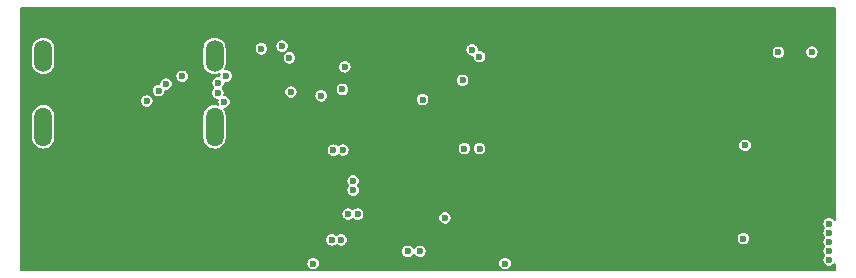
<source format=gbr>
G04 #@! TF.GenerationSoftware,KiCad,Pcbnew,5.1.5+dfsg1-2~bpo10+1*
G04 #@! TF.CreationDate,2020-03-24T15:05:50+01:00*
G04 #@! TF.ProjectId,snickerdoodle-hdmi-breakout,736e6963-6b65-4726-946f-6f646c652d68,rev?*
G04 #@! TF.SameCoordinates,Original*
G04 #@! TF.FileFunction,Copper,L2,Inr*
G04 #@! TF.FilePolarity,Positive*
%FSLAX46Y46*%
G04 Gerber Fmt 4.6, Leading zero omitted, Abs format (unit mm)*
G04 Created by KiCad (PCBNEW 5.1.5+dfsg1-2~bpo10+1) date 2020-03-24 15:05:50*
%MOMM*%
%LPD*%
G04 APERTURE LIST*
%ADD10O,1.500000X3.300000*%
%ADD11O,1.500000X2.700000*%
%ADD12C,0.600000*%
%ADD13C,0.150000*%
G04 APERTURE END LIST*
D10*
X124990000Y-109670000D03*
X139490000Y-109670000D03*
D11*
X139490000Y-103670000D03*
X124990000Y-103670000D03*
D12*
X183147000Y-116490000D03*
X183157000Y-117180000D03*
X186267000Y-116710000D03*
X146490000Y-111800000D03*
X158100000Y-109470000D03*
X149420000Y-115050000D03*
X144470000Y-120870000D03*
X154780000Y-119340000D03*
X164110000Y-117430000D03*
X159440000Y-120310000D03*
X155140000Y-113590000D03*
X185490000Y-110970000D03*
X149220000Y-110740000D03*
X150490000Y-105520000D03*
X155590000Y-107575000D03*
X164470000Y-110820000D03*
X162120000Y-107020000D03*
X161610000Y-110660000D03*
X172080000Y-110940000D03*
X181020000Y-109860000D03*
X180110000Y-120510000D03*
X158080000Y-104720000D03*
X135390000Y-112610000D03*
X191520000Y-120180000D03*
X191520000Y-120940000D03*
X191520000Y-117860000D03*
X191520000Y-118630000D03*
X191520000Y-119410000D03*
X164079999Y-121239999D03*
X145820000Y-103820000D03*
X190070000Y-103350000D03*
X147830000Y-121235010D03*
X140480000Y-105360000D03*
X136750000Y-105390000D03*
X139800000Y-105950000D03*
X135390000Y-106050000D03*
X139760000Y-106800000D03*
X134750000Y-106600000D03*
X140300000Y-107560000D03*
X133750000Y-107480000D03*
X149560000Y-111640000D03*
X149410000Y-119240000D03*
X150210000Y-119240000D03*
X150800000Y-117060000D03*
X151600000Y-117060000D03*
X151217306Y-115038637D03*
X151217306Y-114238637D03*
X150360000Y-111640000D03*
X143450000Y-103052331D03*
X150510000Y-104580000D03*
X145210000Y-102840000D03*
X145956697Y-106720000D03*
X158990000Y-117370000D03*
X156880000Y-120210000D03*
X160640000Y-111500000D03*
X155840000Y-120200000D03*
X161930000Y-111500000D03*
X161920000Y-103720000D03*
X161290000Y-103140000D03*
X187230000Y-103360000D03*
X157100000Y-107360000D03*
X148520000Y-107031976D03*
X150320000Y-106500000D03*
X160483768Y-105736232D03*
X184257000Y-119120000D03*
X184400000Y-111230000D03*
D13*
G36*
X191995001Y-117535916D02*
G01*
X191966632Y-117493459D01*
X191886541Y-117413368D01*
X191792365Y-117350442D01*
X191687721Y-117307097D01*
X191576633Y-117285000D01*
X191463367Y-117285000D01*
X191352279Y-117307097D01*
X191247635Y-117350442D01*
X191153459Y-117413368D01*
X191073368Y-117493459D01*
X191010442Y-117587635D01*
X190967097Y-117692279D01*
X190945000Y-117803367D01*
X190945000Y-117916633D01*
X190967097Y-118027721D01*
X191010442Y-118132365D01*
X191073368Y-118226541D01*
X191091827Y-118245000D01*
X191073368Y-118263459D01*
X191010442Y-118357635D01*
X190967097Y-118462279D01*
X190945000Y-118573367D01*
X190945000Y-118686633D01*
X190967097Y-118797721D01*
X191010442Y-118902365D01*
X191073368Y-118996541D01*
X191096827Y-119020000D01*
X191073368Y-119043459D01*
X191010442Y-119137635D01*
X190967097Y-119242279D01*
X190945000Y-119353367D01*
X190945000Y-119466633D01*
X190967097Y-119577721D01*
X191010442Y-119682365D01*
X191073368Y-119776541D01*
X191091827Y-119795000D01*
X191073368Y-119813459D01*
X191010442Y-119907635D01*
X190967097Y-120012279D01*
X190945000Y-120123367D01*
X190945000Y-120236633D01*
X190967097Y-120347721D01*
X191010442Y-120452365D01*
X191073368Y-120546541D01*
X191086827Y-120560000D01*
X191073368Y-120573459D01*
X191010442Y-120667635D01*
X190967097Y-120772279D01*
X190945000Y-120883367D01*
X190945000Y-120996633D01*
X190967097Y-121107721D01*
X191010442Y-121212365D01*
X191073368Y-121306541D01*
X191153459Y-121386632D01*
X191247635Y-121449558D01*
X191352279Y-121492903D01*
X191463367Y-121515000D01*
X191576633Y-121515000D01*
X191687721Y-121492903D01*
X191792365Y-121449558D01*
X191886541Y-121386632D01*
X191966632Y-121306541D01*
X191995001Y-121264084D01*
X191995001Y-121825000D01*
X123125000Y-121825000D01*
X123125000Y-121178377D01*
X147255000Y-121178377D01*
X147255000Y-121291643D01*
X147277097Y-121402731D01*
X147320442Y-121507375D01*
X147383368Y-121601551D01*
X147463459Y-121681642D01*
X147557635Y-121744568D01*
X147662279Y-121787913D01*
X147773367Y-121810010D01*
X147886633Y-121810010D01*
X147997721Y-121787913D01*
X148102365Y-121744568D01*
X148196541Y-121681642D01*
X148276632Y-121601551D01*
X148339558Y-121507375D01*
X148382903Y-121402731D01*
X148405000Y-121291643D01*
X148405000Y-121183366D01*
X163504999Y-121183366D01*
X163504999Y-121296632D01*
X163527096Y-121407720D01*
X163570441Y-121512364D01*
X163633367Y-121606540D01*
X163713458Y-121686631D01*
X163807634Y-121749557D01*
X163912278Y-121792902D01*
X164023366Y-121814999D01*
X164136632Y-121814999D01*
X164247720Y-121792902D01*
X164352364Y-121749557D01*
X164446540Y-121686631D01*
X164526631Y-121606540D01*
X164589557Y-121512364D01*
X164632902Y-121407720D01*
X164654999Y-121296632D01*
X164654999Y-121183366D01*
X164632902Y-121072278D01*
X164589557Y-120967634D01*
X164526631Y-120873458D01*
X164446540Y-120793367D01*
X164352364Y-120730441D01*
X164247720Y-120687096D01*
X164136632Y-120664999D01*
X164023366Y-120664999D01*
X163912278Y-120687096D01*
X163807634Y-120730441D01*
X163713458Y-120793367D01*
X163633367Y-120873458D01*
X163570441Y-120967634D01*
X163527096Y-121072278D01*
X163504999Y-121183366D01*
X148405000Y-121183366D01*
X148405000Y-121178377D01*
X148382903Y-121067289D01*
X148339558Y-120962645D01*
X148276632Y-120868469D01*
X148196541Y-120788378D01*
X148102365Y-120725452D01*
X147997721Y-120682107D01*
X147886633Y-120660010D01*
X147773367Y-120660010D01*
X147662279Y-120682107D01*
X147557635Y-120725452D01*
X147463459Y-120788378D01*
X147383368Y-120868469D01*
X147320442Y-120962645D01*
X147277097Y-121067289D01*
X147255000Y-121178377D01*
X123125000Y-121178377D01*
X123125000Y-120143367D01*
X155265000Y-120143367D01*
X155265000Y-120256633D01*
X155287097Y-120367721D01*
X155330442Y-120472365D01*
X155393368Y-120566541D01*
X155473459Y-120646632D01*
X155567635Y-120709558D01*
X155672279Y-120752903D01*
X155783367Y-120775000D01*
X155896633Y-120775000D01*
X156007721Y-120752903D01*
X156112365Y-120709558D01*
X156206541Y-120646632D01*
X156286632Y-120566541D01*
X156349558Y-120472365D01*
X156357929Y-120452156D01*
X156370442Y-120482365D01*
X156433368Y-120576541D01*
X156513459Y-120656632D01*
X156607635Y-120719558D01*
X156712279Y-120762903D01*
X156823367Y-120785000D01*
X156936633Y-120785000D01*
X157047721Y-120762903D01*
X157152365Y-120719558D01*
X157246541Y-120656632D01*
X157326632Y-120576541D01*
X157389558Y-120482365D01*
X157432903Y-120377721D01*
X157455000Y-120266633D01*
X157455000Y-120153367D01*
X157432903Y-120042279D01*
X157389558Y-119937635D01*
X157326632Y-119843459D01*
X157246541Y-119763368D01*
X157152365Y-119700442D01*
X157047721Y-119657097D01*
X156936633Y-119635000D01*
X156823367Y-119635000D01*
X156712279Y-119657097D01*
X156607635Y-119700442D01*
X156513459Y-119763368D01*
X156433368Y-119843459D01*
X156370442Y-119937635D01*
X156362071Y-119957844D01*
X156349558Y-119927635D01*
X156286632Y-119833459D01*
X156206541Y-119753368D01*
X156112365Y-119690442D01*
X156007721Y-119647097D01*
X155896633Y-119625000D01*
X155783367Y-119625000D01*
X155672279Y-119647097D01*
X155567635Y-119690442D01*
X155473459Y-119753368D01*
X155393368Y-119833459D01*
X155330442Y-119927635D01*
X155287097Y-120032279D01*
X155265000Y-120143367D01*
X123125000Y-120143367D01*
X123125000Y-119183367D01*
X148835000Y-119183367D01*
X148835000Y-119296633D01*
X148857097Y-119407721D01*
X148900442Y-119512365D01*
X148963368Y-119606541D01*
X149043459Y-119686632D01*
X149137635Y-119749558D01*
X149242279Y-119792903D01*
X149353367Y-119815000D01*
X149466633Y-119815000D01*
X149577721Y-119792903D01*
X149682365Y-119749558D01*
X149776541Y-119686632D01*
X149810000Y-119653173D01*
X149843459Y-119686632D01*
X149937635Y-119749558D01*
X150042279Y-119792903D01*
X150153367Y-119815000D01*
X150266633Y-119815000D01*
X150377721Y-119792903D01*
X150482365Y-119749558D01*
X150576541Y-119686632D01*
X150656632Y-119606541D01*
X150719558Y-119512365D01*
X150762903Y-119407721D01*
X150785000Y-119296633D01*
X150785000Y-119183367D01*
X150762903Y-119072279D01*
X150759212Y-119063367D01*
X183682000Y-119063367D01*
X183682000Y-119176633D01*
X183704097Y-119287721D01*
X183747442Y-119392365D01*
X183810368Y-119486541D01*
X183890459Y-119566632D01*
X183984635Y-119629558D01*
X184089279Y-119672903D01*
X184200367Y-119695000D01*
X184313633Y-119695000D01*
X184424721Y-119672903D01*
X184529365Y-119629558D01*
X184623541Y-119566632D01*
X184703632Y-119486541D01*
X184766558Y-119392365D01*
X184809903Y-119287721D01*
X184832000Y-119176633D01*
X184832000Y-119063367D01*
X184809903Y-118952279D01*
X184766558Y-118847635D01*
X184703632Y-118753459D01*
X184623541Y-118673368D01*
X184529365Y-118610442D01*
X184424721Y-118567097D01*
X184313633Y-118545000D01*
X184200367Y-118545000D01*
X184089279Y-118567097D01*
X183984635Y-118610442D01*
X183890459Y-118673368D01*
X183810368Y-118753459D01*
X183747442Y-118847635D01*
X183704097Y-118952279D01*
X183682000Y-119063367D01*
X150759212Y-119063367D01*
X150719558Y-118967635D01*
X150656632Y-118873459D01*
X150576541Y-118793368D01*
X150482365Y-118730442D01*
X150377721Y-118687097D01*
X150266633Y-118665000D01*
X150153367Y-118665000D01*
X150042279Y-118687097D01*
X149937635Y-118730442D01*
X149843459Y-118793368D01*
X149810000Y-118826827D01*
X149776541Y-118793368D01*
X149682365Y-118730442D01*
X149577721Y-118687097D01*
X149466633Y-118665000D01*
X149353367Y-118665000D01*
X149242279Y-118687097D01*
X149137635Y-118730442D01*
X149043459Y-118793368D01*
X148963368Y-118873459D01*
X148900442Y-118967635D01*
X148857097Y-119072279D01*
X148835000Y-119183367D01*
X123125000Y-119183367D01*
X123125000Y-117003367D01*
X150225000Y-117003367D01*
X150225000Y-117116633D01*
X150247097Y-117227721D01*
X150290442Y-117332365D01*
X150353368Y-117426541D01*
X150433459Y-117506632D01*
X150527635Y-117569558D01*
X150632279Y-117612903D01*
X150743367Y-117635000D01*
X150856633Y-117635000D01*
X150967721Y-117612903D01*
X151072365Y-117569558D01*
X151166541Y-117506632D01*
X151200000Y-117473173D01*
X151233459Y-117506632D01*
X151327635Y-117569558D01*
X151432279Y-117612903D01*
X151543367Y-117635000D01*
X151656633Y-117635000D01*
X151767721Y-117612903D01*
X151872365Y-117569558D01*
X151966541Y-117506632D01*
X152046632Y-117426541D01*
X152109558Y-117332365D01*
X152117427Y-117313367D01*
X158415000Y-117313367D01*
X158415000Y-117426633D01*
X158437097Y-117537721D01*
X158480442Y-117642365D01*
X158543368Y-117736541D01*
X158623459Y-117816632D01*
X158717635Y-117879558D01*
X158822279Y-117922903D01*
X158933367Y-117945000D01*
X159046633Y-117945000D01*
X159157721Y-117922903D01*
X159262365Y-117879558D01*
X159356541Y-117816632D01*
X159436632Y-117736541D01*
X159499558Y-117642365D01*
X159542903Y-117537721D01*
X159565000Y-117426633D01*
X159565000Y-117313367D01*
X159542903Y-117202279D01*
X159499558Y-117097635D01*
X159436632Y-117003459D01*
X159356541Y-116923368D01*
X159262365Y-116860442D01*
X159157721Y-116817097D01*
X159046633Y-116795000D01*
X158933367Y-116795000D01*
X158822279Y-116817097D01*
X158717635Y-116860442D01*
X158623459Y-116923368D01*
X158543368Y-117003459D01*
X158480442Y-117097635D01*
X158437097Y-117202279D01*
X158415000Y-117313367D01*
X152117427Y-117313367D01*
X152152903Y-117227721D01*
X152175000Y-117116633D01*
X152175000Y-117003367D01*
X152152903Y-116892279D01*
X152109558Y-116787635D01*
X152046632Y-116693459D01*
X151966541Y-116613368D01*
X151872365Y-116550442D01*
X151767721Y-116507097D01*
X151656633Y-116485000D01*
X151543367Y-116485000D01*
X151432279Y-116507097D01*
X151327635Y-116550442D01*
X151233459Y-116613368D01*
X151200000Y-116646827D01*
X151166541Y-116613368D01*
X151072365Y-116550442D01*
X150967721Y-116507097D01*
X150856633Y-116485000D01*
X150743367Y-116485000D01*
X150632279Y-116507097D01*
X150527635Y-116550442D01*
X150433459Y-116613368D01*
X150353368Y-116693459D01*
X150290442Y-116787635D01*
X150247097Y-116892279D01*
X150225000Y-117003367D01*
X123125000Y-117003367D01*
X123125000Y-114182004D01*
X150642306Y-114182004D01*
X150642306Y-114295270D01*
X150664403Y-114406358D01*
X150707748Y-114511002D01*
X150770674Y-114605178D01*
X150804133Y-114638637D01*
X150770674Y-114672096D01*
X150707748Y-114766272D01*
X150664403Y-114870916D01*
X150642306Y-114982004D01*
X150642306Y-115095270D01*
X150664403Y-115206358D01*
X150707748Y-115311002D01*
X150770674Y-115405178D01*
X150850765Y-115485269D01*
X150944941Y-115548195D01*
X151049585Y-115591540D01*
X151160673Y-115613637D01*
X151273939Y-115613637D01*
X151385027Y-115591540D01*
X151489671Y-115548195D01*
X151583847Y-115485269D01*
X151663938Y-115405178D01*
X151726864Y-115311002D01*
X151770209Y-115206358D01*
X151792306Y-115095270D01*
X151792306Y-114982004D01*
X151770209Y-114870916D01*
X151726864Y-114766272D01*
X151663938Y-114672096D01*
X151630479Y-114638637D01*
X151663938Y-114605178D01*
X151726864Y-114511002D01*
X151770209Y-114406358D01*
X151792306Y-114295270D01*
X151792306Y-114182004D01*
X151770209Y-114070916D01*
X151726864Y-113966272D01*
X151663938Y-113872096D01*
X151583847Y-113792005D01*
X151489671Y-113729079D01*
X151385027Y-113685734D01*
X151273939Y-113663637D01*
X151160673Y-113663637D01*
X151049585Y-113685734D01*
X150944941Y-113729079D01*
X150850765Y-113792005D01*
X150770674Y-113872096D01*
X150707748Y-113966272D01*
X150664403Y-114070916D01*
X150642306Y-114182004D01*
X123125000Y-114182004D01*
X123125000Y-108719650D01*
X123965000Y-108719650D01*
X123965001Y-110620351D01*
X123979832Y-110770935D01*
X124038443Y-110964148D01*
X124133621Y-111142215D01*
X124261710Y-111298291D01*
X124417786Y-111426380D01*
X124595853Y-111521558D01*
X124789066Y-111580169D01*
X124990000Y-111599959D01*
X125190935Y-111580169D01*
X125384148Y-111521558D01*
X125562215Y-111426380D01*
X125718291Y-111298291D01*
X125846380Y-111142215D01*
X125941558Y-110964148D01*
X126000169Y-110770935D01*
X126015000Y-110620351D01*
X126015000Y-108719649D01*
X126000169Y-108569065D01*
X125941558Y-108375852D01*
X125846380Y-108197785D01*
X125718291Y-108041709D01*
X125562215Y-107913620D01*
X125384147Y-107818442D01*
X125190934Y-107759831D01*
X124990000Y-107740041D01*
X124789065Y-107759831D01*
X124595852Y-107818442D01*
X124417785Y-107913620D01*
X124261709Y-108041709D01*
X124133620Y-108197785D01*
X124038442Y-108375853D01*
X123979831Y-108569066D01*
X123965000Y-108719650D01*
X123125000Y-108719650D01*
X123125000Y-107423367D01*
X133175000Y-107423367D01*
X133175000Y-107536633D01*
X133197097Y-107647721D01*
X133240442Y-107752365D01*
X133303368Y-107846541D01*
X133383459Y-107926632D01*
X133477635Y-107989558D01*
X133582279Y-108032903D01*
X133693367Y-108055000D01*
X133806633Y-108055000D01*
X133917721Y-108032903D01*
X134022365Y-107989558D01*
X134116541Y-107926632D01*
X134196632Y-107846541D01*
X134259558Y-107752365D01*
X134302903Y-107647721D01*
X134325000Y-107536633D01*
X134325000Y-107423367D01*
X134302903Y-107312279D01*
X134259558Y-107207635D01*
X134196632Y-107113459D01*
X134116541Y-107033368D01*
X134022365Y-106970442D01*
X133917721Y-106927097D01*
X133806633Y-106905000D01*
X133693367Y-106905000D01*
X133582279Y-106927097D01*
X133477635Y-106970442D01*
X133383459Y-107033368D01*
X133303368Y-107113459D01*
X133240442Y-107207635D01*
X133197097Y-107312279D01*
X133175000Y-107423367D01*
X123125000Y-107423367D01*
X123125000Y-106543367D01*
X134175000Y-106543367D01*
X134175000Y-106656633D01*
X134197097Y-106767721D01*
X134240442Y-106872365D01*
X134303368Y-106966541D01*
X134383459Y-107046632D01*
X134477635Y-107109558D01*
X134582279Y-107152903D01*
X134693367Y-107175000D01*
X134806633Y-107175000D01*
X134917721Y-107152903D01*
X135022365Y-107109558D01*
X135116541Y-107046632D01*
X135196632Y-106966541D01*
X135259558Y-106872365D01*
X135302903Y-106767721D01*
X135325000Y-106656633D01*
X135325000Y-106623336D01*
X135333367Y-106625000D01*
X135446633Y-106625000D01*
X135557721Y-106602903D01*
X135662365Y-106559558D01*
X135756541Y-106496632D01*
X135836632Y-106416541D01*
X135899558Y-106322365D01*
X135942903Y-106217721D01*
X135965000Y-106106633D01*
X135965000Y-105993367D01*
X135942903Y-105882279D01*
X135899558Y-105777635D01*
X135836632Y-105683459D01*
X135756541Y-105603368D01*
X135662365Y-105540442D01*
X135557721Y-105497097D01*
X135446633Y-105475000D01*
X135333367Y-105475000D01*
X135222279Y-105497097D01*
X135117635Y-105540442D01*
X135023459Y-105603368D01*
X134943368Y-105683459D01*
X134880442Y-105777635D01*
X134837097Y-105882279D01*
X134815000Y-105993367D01*
X134815000Y-106026664D01*
X134806633Y-106025000D01*
X134693367Y-106025000D01*
X134582279Y-106047097D01*
X134477635Y-106090442D01*
X134383459Y-106153368D01*
X134303368Y-106233459D01*
X134240442Y-106327635D01*
X134197097Y-106432279D01*
X134175000Y-106543367D01*
X123125000Y-106543367D01*
X123125000Y-105333367D01*
X136175000Y-105333367D01*
X136175000Y-105446633D01*
X136197097Y-105557721D01*
X136240442Y-105662365D01*
X136303368Y-105756541D01*
X136383459Y-105836632D01*
X136477635Y-105899558D01*
X136582279Y-105942903D01*
X136693367Y-105965000D01*
X136806633Y-105965000D01*
X136917721Y-105942903D01*
X137022365Y-105899558D01*
X137116541Y-105836632D01*
X137196632Y-105756541D01*
X137259558Y-105662365D01*
X137302903Y-105557721D01*
X137325000Y-105446633D01*
X137325000Y-105333367D01*
X137302903Y-105222279D01*
X137259558Y-105117635D01*
X137196632Y-105023459D01*
X137116541Y-104943368D01*
X137022365Y-104880442D01*
X136917721Y-104837097D01*
X136806633Y-104815000D01*
X136693367Y-104815000D01*
X136582279Y-104837097D01*
X136477635Y-104880442D01*
X136383459Y-104943368D01*
X136303368Y-105023459D01*
X136240442Y-105117635D01*
X136197097Y-105222279D01*
X136175000Y-105333367D01*
X123125000Y-105333367D01*
X123125000Y-103019650D01*
X123965000Y-103019650D01*
X123965001Y-104320351D01*
X123979832Y-104470935D01*
X124038443Y-104664148D01*
X124133621Y-104842215D01*
X124261710Y-104998291D01*
X124417786Y-105126380D01*
X124595853Y-105221558D01*
X124789066Y-105280169D01*
X124990000Y-105299959D01*
X125190935Y-105280169D01*
X125384148Y-105221558D01*
X125562215Y-105126380D01*
X125718291Y-104998291D01*
X125846380Y-104842215D01*
X125941558Y-104664148D01*
X126000169Y-104470935D01*
X126015000Y-104320351D01*
X126015000Y-103019650D01*
X138465000Y-103019650D01*
X138465001Y-104320351D01*
X138479832Y-104470935D01*
X138538443Y-104664148D01*
X138633621Y-104842215D01*
X138761710Y-104998291D01*
X138917786Y-105126380D01*
X139095853Y-105221558D01*
X139289066Y-105280169D01*
X139490000Y-105299959D01*
X139690935Y-105280169D01*
X139884148Y-105221558D01*
X139925690Y-105199354D01*
X139905000Y-105303367D01*
X139905000Y-105384621D01*
X139856633Y-105375000D01*
X139743367Y-105375000D01*
X139632279Y-105397097D01*
X139527635Y-105440442D01*
X139433459Y-105503368D01*
X139353368Y-105583459D01*
X139290442Y-105677635D01*
X139247097Y-105782279D01*
X139225000Y-105893367D01*
X139225000Y-106006633D01*
X139247097Y-106117721D01*
X139290442Y-106222365D01*
X139353368Y-106316541D01*
X139391827Y-106355000D01*
X139313368Y-106433459D01*
X139250442Y-106527635D01*
X139207097Y-106632279D01*
X139185000Y-106743367D01*
X139185000Y-106856633D01*
X139207097Y-106967721D01*
X139250442Y-107072365D01*
X139313368Y-107166541D01*
X139393459Y-107246632D01*
X139487635Y-107309558D01*
X139592279Y-107352903D01*
X139703367Y-107375000D01*
X139754254Y-107375000D01*
X139747097Y-107392279D01*
X139725000Y-107503367D01*
X139725000Y-107616633D01*
X139747097Y-107727721D01*
X139770380Y-107783931D01*
X139690934Y-107759831D01*
X139490000Y-107740041D01*
X139289065Y-107759831D01*
X139095852Y-107818442D01*
X138917785Y-107913620D01*
X138761709Y-108041709D01*
X138633620Y-108197785D01*
X138538442Y-108375853D01*
X138479831Y-108569066D01*
X138465000Y-108719650D01*
X138465001Y-110620351D01*
X138479832Y-110770935D01*
X138538443Y-110964148D01*
X138633621Y-111142215D01*
X138761710Y-111298291D01*
X138917786Y-111426380D01*
X139095853Y-111521558D01*
X139289066Y-111580169D01*
X139490000Y-111599959D01*
X139658464Y-111583367D01*
X148985000Y-111583367D01*
X148985000Y-111696633D01*
X149007097Y-111807721D01*
X149050442Y-111912365D01*
X149113368Y-112006541D01*
X149193459Y-112086632D01*
X149287635Y-112149558D01*
X149392279Y-112192903D01*
X149503367Y-112215000D01*
X149616633Y-112215000D01*
X149727721Y-112192903D01*
X149832365Y-112149558D01*
X149926541Y-112086632D01*
X149960000Y-112053173D01*
X149993459Y-112086632D01*
X150087635Y-112149558D01*
X150192279Y-112192903D01*
X150303367Y-112215000D01*
X150416633Y-112215000D01*
X150527721Y-112192903D01*
X150632365Y-112149558D01*
X150726541Y-112086632D01*
X150806632Y-112006541D01*
X150869558Y-111912365D01*
X150912903Y-111807721D01*
X150935000Y-111696633D01*
X150935000Y-111583367D01*
X150912903Y-111472279D01*
X150900928Y-111443367D01*
X160065000Y-111443367D01*
X160065000Y-111556633D01*
X160087097Y-111667721D01*
X160130442Y-111772365D01*
X160193368Y-111866541D01*
X160273459Y-111946632D01*
X160367635Y-112009558D01*
X160472279Y-112052903D01*
X160583367Y-112075000D01*
X160696633Y-112075000D01*
X160807721Y-112052903D01*
X160912365Y-112009558D01*
X161006541Y-111946632D01*
X161086632Y-111866541D01*
X161149558Y-111772365D01*
X161192903Y-111667721D01*
X161215000Y-111556633D01*
X161215000Y-111443367D01*
X161355000Y-111443367D01*
X161355000Y-111556633D01*
X161377097Y-111667721D01*
X161420442Y-111772365D01*
X161483368Y-111866541D01*
X161563459Y-111946632D01*
X161657635Y-112009558D01*
X161762279Y-112052903D01*
X161873367Y-112075000D01*
X161986633Y-112075000D01*
X162097721Y-112052903D01*
X162202365Y-112009558D01*
X162296541Y-111946632D01*
X162376632Y-111866541D01*
X162439558Y-111772365D01*
X162482903Y-111667721D01*
X162505000Y-111556633D01*
X162505000Y-111443367D01*
X162482903Y-111332279D01*
X162439558Y-111227635D01*
X162403298Y-111173367D01*
X183825000Y-111173367D01*
X183825000Y-111286633D01*
X183847097Y-111397721D01*
X183890442Y-111502365D01*
X183953368Y-111596541D01*
X184033459Y-111676632D01*
X184127635Y-111739558D01*
X184232279Y-111782903D01*
X184343367Y-111805000D01*
X184456633Y-111805000D01*
X184567721Y-111782903D01*
X184672365Y-111739558D01*
X184766541Y-111676632D01*
X184846632Y-111596541D01*
X184909558Y-111502365D01*
X184952903Y-111397721D01*
X184975000Y-111286633D01*
X184975000Y-111173367D01*
X184952903Y-111062279D01*
X184909558Y-110957635D01*
X184846632Y-110863459D01*
X184766541Y-110783368D01*
X184672365Y-110720442D01*
X184567721Y-110677097D01*
X184456633Y-110655000D01*
X184343367Y-110655000D01*
X184232279Y-110677097D01*
X184127635Y-110720442D01*
X184033459Y-110783368D01*
X183953368Y-110863459D01*
X183890442Y-110957635D01*
X183847097Y-111062279D01*
X183825000Y-111173367D01*
X162403298Y-111173367D01*
X162376632Y-111133459D01*
X162296541Y-111053368D01*
X162202365Y-110990442D01*
X162097721Y-110947097D01*
X161986633Y-110925000D01*
X161873367Y-110925000D01*
X161762279Y-110947097D01*
X161657635Y-110990442D01*
X161563459Y-111053368D01*
X161483368Y-111133459D01*
X161420442Y-111227635D01*
X161377097Y-111332279D01*
X161355000Y-111443367D01*
X161215000Y-111443367D01*
X161192903Y-111332279D01*
X161149558Y-111227635D01*
X161086632Y-111133459D01*
X161006541Y-111053368D01*
X160912365Y-110990442D01*
X160807721Y-110947097D01*
X160696633Y-110925000D01*
X160583367Y-110925000D01*
X160472279Y-110947097D01*
X160367635Y-110990442D01*
X160273459Y-111053368D01*
X160193368Y-111133459D01*
X160130442Y-111227635D01*
X160087097Y-111332279D01*
X160065000Y-111443367D01*
X150900928Y-111443367D01*
X150869558Y-111367635D01*
X150806632Y-111273459D01*
X150726541Y-111193368D01*
X150632365Y-111130442D01*
X150527721Y-111087097D01*
X150416633Y-111065000D01*
X150303367Y-111065000D01*
X150192279Y-111087097D01*
X150087635Y-111130442D01*
X149993459Y-111193368D01*
X149960000Y-111226827D01*
X149926541Y-111193368D01*
X149832365Y-111130442D01*
X149727721Y-111087097D01*
X149616633Y-111065000D01*
X149503367Y-111065000D01*
X149392279Y-111087097D01*
X149287635Y-111130442D01*
X149193459Y-111193368D01*
X149113368Y-111273459D01*
X149050442Y-111367635D01*
X149007097Y-111472279D01*
X148985000Y-111583367D01*
X139658464Y-111583367D01*
X139690935Y-111580169D01*
X139884148Y-111521558D01*
X140062215Y-111426380D01*
X140218291Y-111298291D01*
X140346380Y-111142215D01*
X140441558Y-110964148D01*
X140500169Y-110770935D01*
X140515000Y-110620351D01*
X140515000Y-108719649D01*
X140500169Y-108569065D01*
X140441558Y-108375852D01*
X140346380Y-108197785D01*
X140294853Y-108135000D01*
X140356633Y-108135000D01*
X140467721Y-108112903D01*
X140572365Y-108069558D01*
X140666541Y-108006632D01*
X140746632Y-107926541D01*
X140809558Y-107832365D01*
X140852903Y-107727721D01*
X140875000Y-107616633D01*
X140875000Y-107503367D01*
X140852903Y-107392279D01*
X140809558Y-107287635D01*
X140746632Y-107193459D01*
X140666541Y-107113368D01*
X140572365Y-107050442D01*
X140467721Y-107007097D01*
X140356633Y-106985000D01*
X140305746Y-106985000D01*
X140312903Y-106967721D01*
X140335000Y-106856633D01*
X140335000Y-106743367D01*
X140319087Y-106663367D01*
X145381697Y-106663367D01*
X145381697Y-106776633D01*
X145403794Y-106887721D01*
X145447139Y-106992365D01*
X145510065Y-107086541D01*
X145590156Y-107166632D01*
X145684332Y-107229558D01*
X145788976Y-107272903D01*
X145900064Y-107295000D01*
X146013330Y-107295000D01*
X146124418Y-107272903D01*
X146229062Y-107229558D01*
X146323238Y-107166632D01*
X146403329Y-107086541D01*
X146466255Y-106992365D01*
X146473305Y-106975343D01*
X147945000Y-106975343D01*
X147945000Y-107088609D01*
X147967097Y-107199697D01*
X148010442Y-107304341D01*
X148073368Y-107398517D01*
X148153459Y-107478608D01*
X148247635Y-107541534D01*
X148352279Y-107584879D01*
X148463367Y-107606976D01*
X148576633Y-107606976D01*
X148687721Y-107584879D01*
X148792365Y-107541534D01*
X148886541Y-107478608D01*
X148966632Y-107398517D01*
X149029558Y-107304341D01*
X149029961Y-107303367D01*
X156525000Y-107303367D01*
X156525000Y-107416633D01*
X156547097Y-107527721D01*
X156590442Y-107632365D01*
X156653368Y-107726541D01*
X156733459Y-107806632D01*
X156827635Y-107869558D01*
X156932279Y-107912903D01*
X157043367Y-107935000D01*
X157156633Y-107935000D01*
X157267721Y-107912903D01*
X157372365Y-107869558D01*
X157466541Y-107806632D01*
X157546632Y-107726541D01*
X157609558Y-107632365D01*
X157652903Y-107527721D01*
X157675000Y-107416633D01*
X157675000Y-107303367D01*
X157652903Y-107192279D01*
X157609558Y-107087635D01*
X157546632Y-106993459D01*
X157466541Y-106913368D01*
X157372365Y-106850442D01*
X157267721Y-106807097D01*
X157156633Y-106785000D01*
X157043367Y-106785000D01*
X156932279Y-106807097D01*
X156827635Y-106850442D01*
X156733459Y-106913368D01*
X156653368Y-106993459D01*
X156590442Y-107087635D01*
X156547097Y-107192279D01*
X156525000Y-107303367D01*
X149029961Y-107303367D01*
X149072903Y-107199697D01*
X149095000Y-107088609D01*
X149095000Y-106975343D01*
X149072903Y-106864255D01*
X149029558Y-106759611D01*
X148966632Y-106665435D01*
X148886541Y-106585344D01*
X148792365Y-106522418D01*
X148687721Y-106479073D01*
X148576633Y-106456976D01*
X148463367Y-106456976D01*
X148352279Y-106479073D01*
X148247635Y-106522418D01*
X148153459Y-106585344D01*
X148073368Y-106665435D01*
X148010442Y-106759611D01*
X147967097Y-106864255D01*
X147945000Y-106975343D01*
X146473305Y-106975343D01*
X146509600Y-106887721D01*
X146531697Y-106776633D01*
X146531697Y-106663367D01*
X146509600Y-106552279D01*
X146466255Y-106447635D01*
X146463404Y-106443367D01*
X149745000Y-106443367D01*
X149745000Y-106556633D01*
X149767097Y-106667721D01*
X149810442Y-106772365D01*
X149873368Y-106866541D01*
X149953459Y-106946632D01*
X150047635Y-107009558D01*
X150152279Y-107052903D01*
X150263367Y-107075000D01*
X150376633Y-107075000D01*
X150487721Y-107052903D01*
X150592365Y-107009558D01*
X150686541Y-106946632D01*
X150766632Y-106866541D01*
X150829558Y-106772365D01*
X150872903Y-106667721D01*
X150895000Y-106556633D01*
X150895000Y-106443367D01*
X150872903Y-106332279D01*
X150829558Y-106227635D01*
X150766632Y-106133459D01*
X150686541Y-106053368D01*
X150592365Y-105990442D01*
X150487721Y-105947097D01*
X150376633Y-105925000D01*
X150263367Y-105925000D01*
X150152279Y-105947097D01*
X150047635Y-105990442D01*
X149953459Y-106053368D01*
X149873368Y-106133459D01*
X149810442Y-106227635D01*
X149767097Y-106332279D01*
X149745000Y-106443367D01*
X146463404Y-106443367D01*
X146403329Y-106353459D01*
X146323238Y-106273368D01*
X146229062Y-106210442D01*
X146124418Y-106167097D01*
X146013330Y-106145000D01*
X145900064Y-106145000D01*
X145788976Y-106167097D01*
X145684332Y-106210442D01*
X145590156Y-106273368D01*
X145510065Y-106353459D01*
X145447139Y-106447635D01*
X145403794Y-106552279D01*
X145381697Y-106663367D01*
X140319087Y-106663367D01*
X140312903Y-106632279D01*
X140269558Y-106527635D01*
X140206632Y-106433459D01*
X140168173Y-106395000D01*
X140246632Y-106316541D01*
X140309558Y-106222365D01*
X140352903Y-106117721D01*
X140375000Y-106006633D01*
X140375000Y-105925379D01*
X140423367Y-105935000D01*
X140536633Y-105935000D01*
X140647721Y-105912903D01*
X140752365Y-105869558D01*
X140846541Y-105806632D01*
X140926632Y-105726541D01*
X140957997Y-105679599D01*
X159908768Y-105679599D01*
X159908768Y-105792865D01*
X159930865Y-105903953D01*
X159974210Y-106008597D01*
X160037136Y-106102773D01*
X160117227Y-106182864D01*
X160211403Y-106245790D01*
X160316047Y-106289135D01*
X160427135Y-106311232D01*
X160540401Y-106311232D01*
X160651489Y-106289135D01*
X160756133Y-106245790D01*
X160850309Y-106182864D01*
X160930400Y-106102773D01*
X160993326Y-106008597D01*
X161036671Y-105903953D01*
X161058768Y-105792865D01*
X161058768Y-105679599D01*
X161036671Y-105568511D01*
X160993326Y-105463867D01*
X160930400Y-105369691D01*
X160850309Y-105289600D01*
X160756133Y-105226674D01*
X160651489Y-105183329D01*
X160540401Y-105161232D01*
X160427135Y-105161232D01*
X160316047Y-105183329D01*
X160211403Y-105226674D01*
X160117227Y-105289600D01*
X160037136Y-105369691D01*
X159974210Y-105463867D01*
X159930865Y-105568511D01*
X159908768Y-105679599D01*
X140957997Y-105679599D01*
X140989558Y-105632365D01*
X141032903Y-105527721D01*
X141055000Y-105416633D01*
X141055000Y-105303367D01*
X141032903Y-105192279D01*
X140989558Y-105087635D01*
X140926632Y-104993459D01*
X140846541Y-104913368D01*
X140752365Y-104850442D01*
X140647721Y-104807097D01*
X140536633Y-104785000D01*
X140423367Y-104785000D01*
X140371441Y-104795329D01*
X140441558Y-104664148D01*
X140484263Y-104523367D01*
X149935000Y-104523367D01*
X149935000Y-104636633D01*
X149957097Y-104747721D01*
X150000442Y-104852365D01*
X150063368Y-104946541D01*
X150143459Y-105026632D01*
X150237635Y-105089558D01*
X150342279Y-105132903D01*
X150453367Y-105155000D01*
X150566633Y-105155000D01*
X150677721Y-105132903D01*
X150782365Y-105089558D01*
X150876541Y-105026632D01*
X150956632Y-104946541D01*
X151019558Y-104852365D01*
X151062903Y-104747721D01*
X151085000Y-104636633D01*
X151085000Y-104523367D01*
X151062903Y-104412279D01*
X151019558Y-104307635D01*
X150956632Y-104213459D01*
X150876541Y-104133368D01*
X150782365Y-104070442D01*
X150677721Y-104027097D01*
X150566633Y-104005000D01*
X150453367Y-104005000D01*
X150342279Y-104027097D01*
X150237635Y-104070442D01*
X150143459Y-104133368D01*
X150063368Y-104213459D01*
X150000442Y-104307635D01*
X149957097Y-104412279D01*
X149935000Y-104523367D01*
X140484263Y-104523367D01*
X140500169Y-104470935D01*
X140515000Y-104320351D01*
X140515000Y-103763367D01*
X145245000Y-103763367D01*
X145245000Y-103876633D01*
X145267097Y-103987721D01*
X145310442Y-104092365D01*
X145373368Y-104186541D01*
X145453459Y-104266632D01*
X145547635Y-104329558D01*
X145652279Y-104372903D01*
X145763367Y-104395000D01*
X145876633Y-104395000D01*
X145987721Y-104372903D01*
X146092365Y-104329558D01*
X146186541Y-104266632D01*
X146266632Y-104186541D01*
X146329558Y-104092365D01*
X146372903Y-103987721D01*
X146395000Y-103876633D01*
X146395000Y-103763367D01*
X146372903Y-103652279D01*
X146329558Y-103547635D01*
X146266632Y-103453459D01*
X146186541Y-103373368D01*
X146092365Y-103310442D01*
X145987721Y-103267097D01*
X145876633Y-103245000D01*
X145763367Y-103245000D01*
X145652279Y-103267097D01*
X145547635Y-103310442D01*
X145453459Y-103373368D01*
X145373368Y-103453459D01*
X145310442Y-103547635D01*
X145267097Y-103652279D01*
X145245000Y-103763367D01*
X140515000Y-103763367D01*
X140515000Y-103019649D01*
X140512642Y-102995698D01*
X142875000Y-102995698D01*
X142875000Y-103108964D01*
X142897097Y-103220052D01*
X142940442Y-103324696D01*
X143003368Y-103418872D01*
X143083459Y-103498963D01*
X143177635Y-103561889D01*
X143282279Y-103605234D01*
X143393367Y-103627331D01*
X143506633Y-103627331D01*
X143617721Y-103605234D01*
X143722365Y-103561889D01*
X143816541Y-103498963D01*
X143896632Y-103418872D01*
X143959558Y-103324696D01*
X144002903Y-103220052D01*
X144025000Y-103108964D01*
X144025000Y-102995698D01*
X144002903Y-102884610D01*
X143960967Y-102783367D01*
X144635000Y-102783367D01*
X144635000Y-102896633D01*
X144657097Y-103007721D01*
X144700442Y-103112365D01*
X144763368Y-103206541D01*
X144843459Y-103286632D01*
X144937635Y-103349558D01*
X145042279Y-103392903D01*
X145153367Y-103415000D01*
X145266633Y-103415000D01*
X145377721Y-103392903D01*
X145482365Y-103349558D01*
X145576541Y-103286632D01*
X145656632Y-103206541D01*
X145719558Y-103112365D01*
X145731569Y-103083367D01*
X160715000Y-103083367D01*
X160715000Y-103196633D01*
X160737097Y-103307721D01*
X160780442Y-103412365D01*
X160843368Y-103506541D01*
X160923459Y-103586632D01*
X161017635Y-103649558D01*
X161122279Y-103692903D01*
X161233367Y-103715000D01*
X161345000Y-103715000D01*
X161345000Y-103776633D01*
X161367097Y-103887721D01*
X161410442Y-103992365D01*
X161473368Y-104086541D01*
X161553459Y-104166632D01*
X161647635Y-104229558D01*
X161752279Y-104272903D01*
X161863367Y-104295000D01*
X161976633Y-104295000D01*
X162087721Y-104272903D01*
X162192365Y-104229558D01*
X162286541Y-104166632D01*
X162366632Y-104086541D01*
X162429558Y-103992365D01*
X162472903Y-103887721D01*
X162495000Y-103776633D01*
X162495000Y-103663367D01*
X162472903Y-103552279D01*
X162429558Y-103447635D01*
X162366632Y-103353459D01*
X162316540Y-103303367D01*
X186655000Y-103303367D01*
X186655000Y-103416633D01*
X186677097Y-103527721D01*
X186720442Y-103632365D01*
X186783368Y-103726541D01*
X186863459Y-103806632D01*
X186957635Y-103869558D01*
X187062279Y-103912903D01*
X187173367Y-103935000D01*
X187286633Y-103935000D01*
X187397721Y-103912903D01*
X187502365Y-103869558D01*
X187596541Y-103806632D01*
X187676632Y-103726541D01*
X187739558Y-103632365D01*
X187782903Y-103527721D01*
X187805000Y-103416633D01*
X187805000Y-103303367D01*
X187803011Y-103293367D01*
X189495000Y-103293367D01*
X189495000Y-103406633D01*
X189517097Y-103517721D01*
X189560442Y-103622365D01*
X189623368Y-103716541D01*
X189703459Y-103796632D01*
X189797635Y-103859558D01*
X189902279Y-103902903D01*
X190013367Y-103925000D01*
X190126633Y-103925000D01*
X190237721Y-103902903D01*
X190342365Y-103859558D01*
X190436541Y-103796632D01*
X190516632Y-103716541D01*
X190579558Y-103622365D01*
X190622903Y-103517721D01*
X190645000Y-103406633D01*
X190645000Y-103293367D01*
X190622903Y-103182279D01*
X190579558Y-103077635D01*
X190516632Y-102983459D01*
X190436541Y-102903368D01*
X190342365Y-102840442D01*
X190237721Y-102797097D01*
X190126633Y-102775000D01*
X190013367Y-102775000D01*
X189902279Y-102797097D01*
X189797635Y-102840442D01*
X189703459Y-102903368D01*
X189623368Y-102983459D01*
X189560442Y-103077635D01*
X189517097Y-103182279D01*
X189495000Y-103293367D01*
X187803011Y-103293367D01*
X187782903Y-103192279D01*
X187739558Y-103087635D01*
X187676632Y-102993459D01*
X187596541Y-102913368D01*
X187502365Y-102850442D01*
X187397721Y-102807097D01*
X187286633Y-102785000D01*
X187173367Y-102785000D01*
X187062279Y-102807097D01*
X186957635Y-102850442D01*
X186863459Y-102913368D01*
X186783368Y-102993459D01*
X186720442Y-103087635D01*
X186677097Y-103192279D01*
X186655000Y-103303367D01*
X162316540Y-103303367D01*
X162286541Y-103273368D01*
X162192365Y-103210442D01*
X162087721Y-103167097D01*
X161976633Y-103145000D01*
X161865000Y-103145000D01*
X161865000Y-103083367D01*
X161842903Y-102972279D01*
X161799558Y-102867635D01*
X161736632Y-102773459D01*
X161656541Y-102693368D01*
X161562365Y-102630442D01*
X161457721Y-102587097D01*
X161346633Y-102565000D01*
X161233367Y-102565000D01*
X161122279Y-102587097D01*
X161017635Y-102630442D01*
X160923459Y-102693368D01*
X160843368Y-102773459D01*
X160780442Y-102867635D01*
X160737097Y-102972279D01*
X160715000Y-103083367D01*
X145731569Y-103083367D01*
X145762903Y-103007721D01*
X145785000Y-102896633D01*
X145785000Y-102783367D01*
X145762903Y-102672279D01*
X145719558Y-102567635D01*
X145656632Y-102473459D01*
X145576541Y-102393368D01*
X145482365Y-102330442D01*
X145377721Y-102287097D01*
X145266633Y-102265000D01*
X145153367Y-102265000D01*
X145042279Y-102287097D01*
X144937635Y-102330442D01*
X144843459Y-102393368D01*
X144763368Y-102473459D01*
X144700442Y-102567635D01*
X144657097Y-102672279D01*
X144635000Y-102783367D01*
X143960967Y-102783367D01*
X143959558Y-102779966D01*
X143896632Y-102685790D01*
X143816541Y-102605699D01*
X143722365Y-102542773D01*
X143617721Y-102499428D01*
X143506633Y-102477331D01*
X143393367Y-102477331D01*
X143282279Y-102499428D01*
X143177635Y-102542773D01*
X143083459Y-102605699D01*
X143003368Y-102685790D01*
X142940442Y-102779966D01*
X142897097Y-102884610D01*
X142875000Y-102995698D01*
X140512642Y-102995698D01*
X140500169Y-102869065D01*
X140441558Y-102675852D01*
X140346380Y-102497785D01*
X140218291Y-102341709D01*
X140062215Y-102213620D01*
X139884147Y-102118442D01*
X139690934Y-102059831D01*
X139490000Y-102040041D01*
X139289065Y-102059831D01*
X139095852Y-102118442D01*
X138917785Y-102213620D01*
X138761709Y-102341709D01*
X138633620Y-102497785D01*
X138538442Y-102675853D01*
X138479831Y-102869066D01*
X138465000Y-103019650D01*
X126015000Y-103019650D01*
X126015000Y-103019649D01*
X126000169Y-102869065D01*
X125941558Y-102675852D01*
X125846380Y-102497785D01*
X125718291Y-102341709D01*
X125562215Y-102213620D01*
X125384147Y-102118442D01*
X125190934Y-102059831D01*
X124990000Y-102040041D01*
X124789065Y-102059831D01*
X124595852Y-102118442D01*
X124417785Y-102213620D01*
X124261709Y-102341709D01*
X124133620Y-102497785D01*
X124038442Y-102675853D01*
X123979831Y-102869066D01*
X123965000Y-103019650D01*
X123125000Y-103019650D01*
X123125000Y-99565000D01*
X191995000Y-99565000D01*
X191995001Y-117535916D01*
G37*
X191995001Y-117535916D02*
X191966632Y-117493459D01*
X191886541Y-117413368D01*
X191792365Y-117350442D01*
X191687721Y-117307097D01*
X191576633Y-117285000D01*
X191463367Y-117285000D01*
X191352279Y-117307097D01*
X191247635Y-117350442D01*
X191153459Y-117413368D01*
X191073368Y-117493459D01*
X191010442Y-117587635D01*
X190967097Y-117692279D01*
X190945000Y-117803367D01*
X190945000Y-117916633D01*
X190967097Y-118027721D01*
X191010442Y-118132365D01*
X191073368Y-118226541D01*
X191091827Y-118245000D01*
X191073368Y-118263459D01*
X191010442Y-118357635D01*
X190967097Y-118462279D01*
X190945000Y-118573367D01*
X190945000Y-118686633D01*
X190967097Y-118797721D01*
X191010442Y-118902365D01*
X191073368Y-118996541D01*
X191096827Y-119020000D01*
X191073368Y-119043459D01*
X191010442Y-119137635D01*
X190967097Y-119242279D01*
X190945000Y-119353367D01*
X190945000Y-119466633D01*
X190967097Y-119577721D01*
X191010442Y-119682365D01*
X191073368Y-119776541D01*
X191091827Y-119795000D01*
X191073368Y-119813459D01*
X191010442Y-119907635D01*
X190967097Y-120012279D01*
X190945000Y-120123367D01*
X190945000Y-120236633D01*
X190967097Y-120347721D01*
X191010442Y-120452365D01*
X191073368Y-120546541D01*
X191086827Y-120560000D01*
X191073368Y-120573459D01*
X191010442Y-120667635D01*
X190967097Y-120772279D01*
X190945000Y-120883367D01*
X190945000Y-120996633D01*
X190967097Y-121107721D01*
X191010442Y-121212365D01*
X191073368Y-121306541D01*
X191153459Y-121386632D01*
X191247635Y-121449558D01*
X191352279Y-121492903D01*
X191463367Y-121515000D01*
X191576633Y-121515000D01*
X191687721Y-121492903D01*
X191792365Y-121449558D01*
X191886541Y-121386632D01*
X191966632Y-121306541D01*
X191995001Y-121264084D01*
X191995001Y-121825000D01*
X123125000Y-121825000D01*
X123125000Y-121178377D01*
X147255000Y-121178377D01*
X147255000Y-121291643D01*
X147277097Y-121402731D01*
X147320442Y-121507375D01*
X147383368Y-121601551D01*
X147463459Y-121681642D01*
X147557635Y-121744568D01*
X147662279Y-121787913D01*
X147773367Y-121810010D01*
X147886633Y-121810010D01*
X147997721Y-121787913D01*
X148102365Y-121744568D01*
X148196541Y-121681642D01*
X148276632Y-121601551D01*
X148339558Y-121507375D01*
X148382903Y-121402731D01*
X148405000Y-121291643D01*
X148405000Y-121183366D01*
X163504999Y-121183366D01*
X163504999Y-121296632D01*
X163527096Y-121407720D01*
X163570441Y-121512364D01*
X163633367Y-121606540D01*
X163713458Y-121686631D01*
X163807634Y-121749557D01*
X163912278Y-121792902D01*
X164023366Y-121814999D01*
X164136632Y-121814999D01*
X164247720Y-121792902D01*
X164352364Y-121749557D01*
X164446540Y-121686631D01*
X164526631Y-121606540D01*
X164589557Y-121512364D01*
X164632902Y-121407720D01*
X164654999Y-121296632D01*
X164654999Y-121183366D01*
X164632902Y-121072278D01*
X164589557Y-120967634D01*
X164526631Y-120873458D01*
X164446540Y-120793367D01*
X164352364Y-120730441D01*
X164247720Y-120687096D01*
X164136632Y-120664999D01*
X164023366Y-120664999D01*
X163912278Y-120687096D01*
X163807634Y-120730441D01*
X163713458Y-120793367D01*
X163633367Y-120873458D01*
X163570441Y-120967634D01*
X163527096Y-121072278D01*
X163504999Y-121183366D01*
X148405000Y-121183366D01*
X148405000Y-121178377D01*
X148382903Y-121067289D01*
X148339558Y-120962645D01*
X148276632Y-120868469D01*
X148196541Y-120788378D01*
X148102365Y-120725452D01*
X147997721Y-120682107D01*
X147886633Y-120660010D01*
X147773367Y-120660010D01*
X147662279Y-120682107D01*
X147557635Y-120725452D01*
X147463459Y-120788378D01*
X147383368Y-120868469D01*
X147320442Y-120962645D01*
X147277097Y-121067289D01*
X147255000Y-121178377D01*
X123125000Y-121178377D01*
X123125000Y-120143367D01*
X155265000Y-120143367D01*
X155265000Y-120256633D01*
X155287097Y-120367721D01*
X155330442Y-120472365D01*
X155393368Y-120566541D01*
X155473459Y-120646632D01*
X155567635Y-120709558D01*
X155672279Y-120752903D01*
X155783367Y-120775000D01*
X155896633Y-120775000D01*
X156007721Y-120752903D01*
X156112365Y-120709558D01*
X156206541Y-120646632D01*
X156286632Y-120566541D01*
X156349558Y-120472365D01*
X156357929Y-120452156D01*
X156370442Y-120482365D01*
X156433368Y-120576541D01*
X156513459Y-120656632D01*
X156607635Y-120719558D01*
X156712279Y-120762903D01*
X156823367Y-120785000D01*
X156936633Y-120785000D01*
X157047721Y-120762903D01*
X157152365Y-120719558D01*
X157246541Y-120656632D01*
X157326632Y-120576541D01*
X157389558Y-120482365D01*
X157432903Y-120377721D01*
X157455000Y-120266633D01*
X157455000Y-120153367D01*
X157432903Y-120042279D01*
X157389558Y-119937635D01*
X157326632Y-119843459D01*
X157246541Y-119763368D01*
X157152365Y-119700442D01*
X157047721Y-119657097D01*
X156936633Y-119635000D01*
X156823367Y-119635000D01*
X156712279Y-119657097D01*
X156607635Y-119700442D01*
X156513459Y-119763368D01*
X156433368Y-119843459D01*
X156370442Y-119937635D01*
X156362071Y-119957844D01*
X156349558Y-119927635D01*
X156286632Y-119833459D01*
X156206541Y-119753368D01*
X156112365Y-119690442D01*
X156007721Y-119647097D01*
X155896633Y-119625000D01*
X155783367Y-119625000D01*
X155672279Y-119647097D01*
X155567635Y-119690442D01*
X155473459Y-119753368D01*
X155393368Y-119833459D01*
X155330442Y-119927635D01*
X155287097Y-120032279D01*
X155265000Y-120143367D01*
X123125000Y-120143367D01*
X123125000Y-119183367D01*
X148835000Y-119183367D01*
X148835000Y-119296633D01*
X148857097Y-119407721D01*
X148900442Y-119512365D01*
X148963368Y-119606541D01*
X149043459Y-119686632D01*
X149137635Y-119749558D01*
X149242279Y-119792903D01*
X149353367Y-119815000D01*
X149466633Y-119815000D01*
X149577721Y-119792903D01*
X149682365Y-119749558D01*
X149776541Y-119686632D01*
X149810000Y-119653173D01*
X149843459Y-119686632D01*
X149937635Y-119749558D01*
X150042279Y-119792903D01*
X150153367Y-119815000D01*
X150266633Y-119815000D01*
X150377721Y-119792903D01*
X150482365Y-119749558D01*
X150576541Y-119686632D01*
X150656632Y-119606541D01*
X150719558Y-119512365D01*
X150762903Y-119407721D01*
X150785000Y-119296633D01*
X150785000Y-119183367D01*
X150762903Y-119072279D01*
X150759212Y-119063367D01*
X183682000Y-119063367D01*
X183682000Y-119176633D01*
X183704097Y-119287721D01*
X183747442Y-119392365D01*
X183810368Y-119486541D01*
X183890459Y-119566632D01*
X183984635Y-119629558D01*
X184089279Y-119672903D01*
X184200367Y-119695000D01*
X184313633Y-119695000D01*
X184424721Y-119672903D01*
X184529365Y-119629558D01*
X184623541Y-119566632D01*
X184703632Y-119486541D01*
X184766558Y-119392365D01*
X184809903Y-119287721D01*
X184832000Y-119176633D01*
X184832000Y-119063367D01*
X184809903Y-118952279D01*
X184766558Y-118847635D01*
X184703632Y-118753459D01*
X184623541Y-118673368D01*
X184529365Y-118610442D01*
X184424721Y-118567097D01*
X184313633Y-118545000D01*
X184200367Y-118545000D01*
X184089279Y-118567097D01*
X183984635Y-118610442D01*
X183890459Y-118673368D01*
X183810368Y-118753459D01*
X183747442Y-118847635D01*
X183704097Y-118952279D01*
X183682000Y-119063367D01*
X150759212Y-119063367D01*
X150719558Y-118967635D01*
X150656632Y-118873459D01*
X150576541Y-118793368D01*
X150482365Y-118730442D01*
X150377721Y-118687097D01*
X150266633Y-118665000D01*
X150153367Y-118665000D01*
X150042279Y-118687097D01*
X149937635Y-118730442D01*
X149843459Y-118793368D01*
X149810000Y-118826827D01*
X149776541Y-118793368D01*
X149682365Y-118730442D01*
X149577721Y-118687097D01*
X149466633Y-118665000D01*
X149353367Y-118665000D01*
X149242279Y-118687097D01*
X149137635Y-118730442D01*
X149043459Y-118793368D01*
X148963368Y-118873459D01*
X148900442Y-118967635D01*
X148857097Y-119072279D01*
X148835000Y-119183367D01*
X123125000Y-119183367D01*
X123125000Y-117003367D01*
X150225000Y-117003367D01*
X150225000Y-117116633D01*
X150247097Y-117227721D01*
X150290442Y-117332365D01*
X150353368Y-117426541D01*
X150433459Y-117506632D01*
X150527635Y-117569558D01*
X150632279Y-117612903D01*
X150743367Y-117635000D01*
X150856633Y-117635000D01*
X150967721Y-117612903D01*
X151072365Y-117569558D01*
X151166541Y-117506632D01*
X151200000Y-117473173D01*
X151233459Y-117506632D01*
X151327635Y-117569558D01*
X151432279Y-117612903D01*
X151543367Y-117635000D01*
X151656633Y-117635000D01*
X151767721Y-117612903D01*
X151872365Y-117569558D01*
X151966541Y-117506632D01*
X152046632Y-117426541D01*
X152109558Y-117332365D01*
X152117427Y-117313367D01*
X158415000Y-117313367D01*
X158415000Y-117426633D01*
X158437097Y-117537721D01*
X158480442Y-117642365D01*
X158543368Y-117736541D01*
X158623459Y-117816632D01*
X158717635Y-117879558D01*
X158822279Y-117922903D01*
X158933367Y-117945000D01*
X159046633Y-117945000D01*
X159157721Y-117922903D01*
X159262365Y-117879558D01*
X159356541Y-117816632D01*
X159436632Y-117736541D01*
X159499558Y-117642365D01*
X159542903Y-117537721D01*
X159565000Y-117426633D01*
X159565000Y-117313367D01*
X159542903Y-117202279D01*
X159499558Y-117097635D01*
X159436632Y-117003459D01*
X159356541Y-116923368D01*
X159262365Y-116860442D01*
X159157721Y-116817097D01*
X159046633Y-116795000D01*
X158933367Y-116795000D01*
X158822279Y-116817097D01*
X158717635Y-116860442D01*
X158623459Y-116923368D01*
X158543368Y-117003459D01*
X158480442Y-117097635D01*
X158437097Y-117202279D01*
X158415000Y-117313367D01*
X152117427Y-117313367D01*
X152152903Y-117227721D01*
X152175000Y-117116633D01*
X152175000Y-117003367D01*
X152152903Y-116892279D01*
X152109558Y-116787635D01*
X152046632Y-116693459D01*
X151966541Y-116613368D01*
X151872365Y-116550442D01*
X151767721Y-116507097D01*
X151656633Y-116485000D01*
X151543367Y-116485000D01*
X151432279Y-116507097D01*
X151327635Y-116550442D01*
X151233459Y-116613368D01*
X151200000Y-116646827D01*
X151166541Y-116613368D01*
X151072365Y-116550442D01*
X150967721Y-116507097D01*
X150856633Y-116485000D01*
X150743367Y-116485000D01*
X150632279Y-116507097D01*
X150527635Y-116550442D01*
X150433459Y-116613368D01*
X150353368Y-116693459D01*
X150290442Y-116787635D01*
X150247097Y-116892279D01*
X150225000Y-117003367D01*
X123125000Y-117003367D01*
X123125000Y-114182004D01*
X150642306Y-114182004D01*
X150642306Y-114295270D01*
X150664403Y-114406358D01*
X150707748Y-114511002D01*
X150770674Y-114605178D01*
X150804133Y-114638637D01*
X150770674Y-114672096D01*
X150707748Y-114766272D01*
X150664403Y-114870916D01*
X150642306Y-114982004D01*
X150642306Y-115095270D01*
X150664403Y-115206358D01*
X150707748Y-115311002D01*
X150770674Y-115405178D01*
X150850765Y-115485269D01*
X150944941Y-115548195D01*
X151049585Y-115591540D01*
X151160673Y-115613637D01*
X151273939Y-115613637D01*
X151385027Y-115591540D01*
X151489671Y-115548195D01*
X151583847Y-115485269D01*
X151663938Y-115405178D01*
X151726864Y-115311002D01*
X151770209Y-115206358D01*
X151792306Y-115095270D01*
X151792306Y-114982004D01*
X151770209Y-114870916D01*
X151726864Y-114766272D01*
X151663938Y-114672096D01*
X151630479Y-114638637D01*
X151663938Y-114605178D01*
X151726864Y-114511002D01*
X151770209Y-114406358D01*
X151792306Y-114295270D01*
X151792306Y-114182004D01*
X151770209Y-114070916D01*
X151726864Y-113966272D01*
X151663938Y-113872096D01*
X151583847Y-113792005D01*
X151489671Y-113729079D01*
X151385027Y-113685734D01*
X151273939Y-113663637D01*
X151160673Y-113663637D01*
X151049585Y-113685734D01*
X150944941Y-113729079D01*
X150850765Y-113792005D01*
X150770674Y-113872096D01*
X150707748Y-113966272D01*
X150664403Y-114070916D01*
X150642306Y-114182004D01*
X123125000Y-114182004D01*
X123125000Y-108719650D01*
X123965000Y-108719650D01*
X123965001Y-110620351D01*
X123979832Y-110770935D01*
X124038443Y-110964148D01*
X124133621Y-111142215D01*
X124261710Y-111298291D01*
X124417786Y-111426380D01*
X124595853Y-111521558D01*
X124789066Y-111580169D01*
X124990000Y-111599959D01*
X125190935Y-111580169D01*
X125384148Y-111521558D01*
X125562215Y-111426380D01*
X125718291Y-111298291D01*
X125846380Y-111142215D01*
X125941558Y-110964148D01*
X126000169Y-110770935D01*
X126015000Y-110620351D01*
X126015000Y-108719649D01*
X126000169Y-108569065D01*
X125941558Y-108375852D01*
X125846380Y-108197785D01*
X125718291Y-108041709D01*
X125562215Y-107913620D01*
X125384147Y-107818442D01*
X125190934Y-107759831D01*
X124990000Y-107740041D01*
X124789065Y-107759831D01*
X124595852Y-107818442D01*
X124417785Y-107913620D01*
X124261709Y-108041709D01*
X124133620Y-108197785D01*
X124038442Y-108375853D01*
X123979831Y-108569066D01*
X123965000Y-108719650D01*
X123125000Y-108719650D01*
X123125000Y-107423367D01*
X133175000Y-107423367D01*
X133175000Y-107536633D01*
X133197097Y-107647721D01*
X133240442Y-107752365D01*
X133303368Y-107846541D01*
X133383459Y-107926632D01*
X133477635Y-107989558D01*
X133582279Y-108032903D01*
X133693367Y-108055000D01*
X133806633Y-108055000D01*
X133917721Y-108032903D01*
X134022365Y-107989558D01*
X134116541Y-107926632D01*
X134196632Y-107846541D01*
X134259558Y-107752365D01*
X134302903Y-107647721D01*
X134325000Y-107536633D01*
X134325000Y-107423367D01*
X134302903Y-107312279D01*
X134259558Y-107207635D01*
X134196632Y-107113459D01*
X134116541Y-107033368D01*
X134022365Y-106970442D01*
X133917721Y-106927097D01*
X133806633Y-106905000D01*
X133693367Y-106905000D01*
X133582279Y-106927097D01*
X133477635Y-106970442D01*
X133383459Y-107033368D01*
X133303368Y-107113459D01*
X133240442Y-107207635D01*
X133197097Y-107312279D01*
X133175000Y-107423367D01*
X123125000Y-107423367D01*
X123125000Y-106543367D01*
X134175000Y-106543367D01*
X134175000Y-106656633D01*
X134197097Y-106767721D01*
X134240442Y-106872365D01*
X134303368Y-106966541D01*
X134383459Y-107046632D01*
X134477635Y-107109558D01*
X134582279Y-107152903D01*
X134693367Y-107175000D01*
X134806633Y-107175000D01*
X134917721Y-107152903D01*
X135022365Y-107109558D01*
X135116541Y-107046632D01*
X135196632Y-106966541D01*
X135259558Y-106872365D01*
X135302903Y-106767721D01*
X135325000Y-106656633D01*
X135325000Y-106623336D01*
X135333367Y-106625000D01*
X135446633Y-106625000D01*
X135557721Y-106602903D01*
X135662365Y-106559558D01*
X135756541Y-106496632D01*
X135836632Y-106416541D01*
X135899558Y-106322365D01*
X135942903Y-106217721D01*
X135965000Y-106106633D01*
X135965000Y-105993367D01*
X135942903Y-105882279D01*
X135899558Y-105777635D01*
X135836632Y-105683459D01*
X135756541Y-105603368D01*
X135662365Y-105540442D01*
X135557721Y-105497097D01*
X135446633Y-105475000D01*
X135333367Y-105475000D01*
X135222279Y-105497097D01*
X135117635Y-105540442D01*
X135023459Y-105603368D01*
X134943368Y-105683459D01*
X134880442Y-105777635D01*
X134837097Y-105882279D01*
X134815000Y-105993367D01*
X134815000Y-106026664D01*
X134806633Y-106025000D01*
X134693367Y-106025000D01*
X134582279Y-106047097D01*
X134477635Y-106090442D01*
X134383459Y-106153368D01*
X134303368Y-106233459D01*
X134240442Y-106327635D01*
X134197097Y-106432279D01*
X134175000Y-106543367D01*
X123125000Y-106543367D01*
X123125000Y-105333367D01*
X136175000Y-105333367D01*
X136175000Y-105446633D01*
X136197097Y-105557721D01*
X136240442Y-105662365D01*
X136303368Y-105756541D01*
X136383459Y-105836632D01*
X136477635Y-105899558D01*
X136582279Y-105942903D01*
X136693367Y-105965000D01*
X136806633Y-105965000D01*
X136917721Y-105942903D01*
X137022365Y-105899558D01*
X137116541Y-105836632D01*
X137196632Y-105756541D01*
X137259558Y-105662365D01*
X137302903Y-105557721D01*
X137325000Y-105446633D01*
X137325000Y-105333367D01*
X137302903Y-105222279D01*
X137259558Y-105117635D01*
X137196632Y-105023459D01*
X137116541Y-104943368D01*
X137022365Y-104880442D01*
X136917721Y-104837097D01*
X136806633Y-104815000D01*
X136693367Y-104815000D01*
X136582279Y-104837097D01*
X136477635Y-104880442D01*
X136383459Y-104943368D01*
X136303368Y-105023459D01*
X136240442Y-105117635D01*
X136197097Y-105222279D01*
X136175000Y-105333367D01*
X123125000Y-105333367D01*
X123125000Y-103019650D01*
X123965000Y-103019650D01*
X123965001Y-104320351D01*
X123979832Y-104470935D01*
X124038443Y-104664148D01*
X124133621Y-104842215D01*
X124261710Y-104998291D01*
X124417786Y-105126380D01*
X124595853Y-105221558D01*
X124789066Y-105280169D01*
X124990000Y-105299959D01*
X125190935Y-105280169D01*
X125384148Y-105221558D01*
X125562215Y-105126380D01*
X125718291Y-104998291D01*
X125846380Y-104842215D01*
X125941558Y-104664148D01*
X126000169Y-104470935D01*
X126015000Y-104320351D01*
X126015000Y-103019650D01*
X138465000Y-103019650D01*
X138465001Y-104320351D01*
X138479832Y-104470935D01*
X138538443Y-104664148D01*
X138633621Y-104842215D01*
X138761710Y-104998291D01*
X138917786Y-105126380D01*
X139095853Y-105221558D01*
X139289066Y-105280169D01*
X139490000Y-105299959D01*
X139690935Y-105280169D01*
X139884148Y-105221558D01*
X139925690Y-105199354D01*
X139905000Y-105303367D01*
X139905000Y-105384621D01*
X139856633Y-105375000D01*
X139743367Y-105375000D01*
X139632279Y-105397097D01*
X139527635Y-105440442D01*
X139433459Y-105503368D01*
X139353368Y-105583459D01*
X139290442Y-105677635D01*
X139247097Y-105782279D01*
X139225000Y-105893367D01*
X139225000Y-106006633D01*
X139247097Y-106117721D01*
X139290442Y-106222365D01*
X139353368Y-106316541D01*
X139391827Y-106355000D01*
X139313368Y-106433459D01*
X139250442Y-106527635D01*
X139207097Y-106632279D01*
X139185000Y-106743367D01*
X139185000Y-106856633D01*
X139207097Y-106967721D01*
X139250442Y-107072365D01*
X139313368Y-107166541D01*
X139393459Y-107246632D01*
X139487635Y-107309558D01*
X139592279Y-107352903D01*
X139703367Y-107375000D01*
X139754254Y-107375000D01*
X139747097Y-107392279D01*
X139725000Y-107503367D01*
X139725000Y-107616633D01*
X139747097Y-107727721D01*
X139770380Y-107783931D01*
X139690934Y-107759831D01*
X139490000Y-107740041D01*
X139289065Y-107759831D01*
X139095852Y-107818442D01*
X138917785Y-107913620D01*
X138761709Y-108041709D01*
X138633620Y-108197785D01*
X138538442Y-108375853D01*
X138479831Y-108569066D01*
X138465000Y-108719650D01*
X138465001Y-110620351D01*
X138479832Y-110770935D01*
X138538443Y-110964148D01*
X138633621Y-111142215D01*
X138761710Y-111298291D01*
X138917786Y-111426380D01*
X139095853Y-111521558D01*
X139289066Y-111580169D01*
X139490000Y-111599959D01*
X139658464Y-111583367D01*
X148985000Y-111583367D01*
X148985000Y-111696633D01*
X149007097Y-111807721D01*
X149050442Y-111912365D01*
X149113368Y-112006541D01*
X149193459Y-112086632D01*
X149287635Y-112149558D01*
X149392279Y-112192903D01*
X149503367Y-112215000D01*
X149616633Y-112215000D01*
X149727721Y-112192903D01*
X149832365Y-112149558D01*
X149926541Y-112086632D01*
X149960000Y-112053173D01*
X149993459Y-112086632D01*
X150087635Y-112149558D01*
X150192279Y-112192903D01*
X150303367Y-112215000D01*
X150416633Y-112215000D01*
X150527721Y-112192903D01*
X150632365Y-112149558D01*
X150726541Y-112086632D01*
X150806632Y-112006541D01*
X150869558Y-111912365D01*
X150912903Y-111807721D01*
X150935000Y-111696633D01*
X150935000Y-111583367D01*
X150912903Y-111472279D01*
X150900928Y-111443367D01*
X160065000Y-111443367D01*
X160065000Y-111556633D01*
X160087097Y-111667721D01*
X160130442Y-111772365D01*
X160193368Y-111866541D01*
X160273459Y-111946632D01*
X160367635Y-112009558D01*
X160472279Y-112052903D01*
X160583367Y-112075000D01*
X160696633Y-112075000D01*
X160807721Y-112052903D01*
X160912365Y-112009558D01*
X161006541Y-111946632D01*
X161086632Y-111866541D01*
X161149558Y-111772365D01*
X161192903Y-111667721D01*
X161215000Y-111556633D01*
X161215000Y-111443367D01*
X161355000Y-111443367D01*
X161355000Y-111556633D01*
X161377097Y-111667721D01*
X161420442Y-111772365D01*
X161483368Y-111866541D01*
X161563459Y-111946632D01*
X161657635Y-112009558D01*
X161762279Y-112052903D01*
X161873367Y-112075000D01*
X161986633Y-112075000D01*
X162097721Y-112052903D01*
X162202365Y-112009558D01*
X162296541Y-111946632D01*
X162376632Y-111866541D01*
X162439558Y-111772365D01*
X162482903Y-111667721D01*
X162505000Y-111556633D01*
X162505000Y-111443367D01*
X162482903Y-111332279D01*
X162439558Y-111227635D01*
X162403298Y-111173367D01*
X183825000Y-111173367D01*
X183825000Y-111286633D01*
X183847097Y-111397721D01*
X183890442Y-111502365D01*
X183953368Y-111596541D01*
X184033459Y-111676632D01*
X184127635Y-111739558D01*
X184232279Y-111782903D01*
X184343367Y-111805000D01*
X184456633Y-111805000D01*
X184567721Y-111782903D01*
X184672365Y-111739558D01*
X184766541Y-111676632D01*
X184846632Y-111596541D01*
X184909558Y-111502365D01*
X184952903Y-111397721D01*
X184975000Y-111286633D01*
X184975000Y-111173367D01*
X184952903Y-111062279D01*
X184909558Y-110957635D01*
X184846632Y-110863459D01*
X184766541Y-110783368D01*
X184672365Y-110720442D01*
X184567721Y-110677097D01*
X184456633Y-110655000D01*
X184343367Y-110655000D01*
X184232279Y-110677097D01*
X184127635Y-110720442D01*
X184033459Y-110783368D01*
X183953368Y-110863459D01*
X183890442Y-110957635D01*
X183847097Y-111062279D01*
X183825000Y-111173367D01*
X162403298Y-111173367D01*
X162376632Y-111133459D01*
X162296541Y-111053368D01*
X162202365Y-110990442D01*
X162097721Y-110947097D01*
X161986633Y-110925000D01*
X161873367Y-110925000D01*
X161762279Y-110947097D01*
X161657635Y-110990442D01*
X161563459Y-111053368D01*
X161483368Y-111133459D01*
X161420442Y-111227635D01*
X161377097Y-111332279D01*
X161355000Y-111443367D01*
X161215000Y-111443367D01*
X161192903Y-111332279D01*
X161149558Y-111227635D01*
X161086632Y-111133459D01*
X161006541Y-111053368D01*
X160912365Y-110990442D01*
X160807721Y-110947097D01*
X160696633Y-110925000D01*
X160583367Y-110925000D01*
X160472279Y-110947097D01*
X160367635Y-110990442D01*
X160273459Y-111053368D01*
X160193368Y-111133459D01*
X160130442Y-111227635D01*
X160087097Y-111332279D01*
X160065000Y-111443367D01*
X150900928Y-111443367D01*
X150869558Y-111367635D01*
X150806632Y-111273459D01*
X150726541Y-111193368D01*
X150632365Y-111130442D01*
X150527721Y-111087097D01*
X150416633Y-111065000D01*
X150303367Y-111065000D01*
X150192279Y-111087097D01*
X150087635Y-111130442D01*
X149993459Y-111193368D01*
X149960000Y-111226827D01*
X149926541Y-111193368D01*
X149832365Y-111130442D01*
X149727721Y-111087097D01*
X149616633Y-111065000D01*
X149503367Y-111065000D01*
X149392279Y-111087097D01*
X149287635Y-111130442D01*
X149193459Y-111193368D01*
X149113368Y-111273459D01*
X149050442Y-111367635D01*
X149007097Y-111472279D01*
X148985000Y-111583367D01*
X139658464Y-111583367D01*
X139690935Y-111580169D01*
X139884148Y-111521558D01*
X140062215Y-111426380D01*
X140218291Y-111298291D01*
X140346380Y-111142215D01*
X140441558Y-110964148D01*
X140500169Y-110770935D01*
X140515000Y-110620351D01*
X140515000Y-108719649D01*
X140500169Y-108569065D01*
X140441558Y-108375852D01*
X140346380Y-108197785D01*
X140294853Y-108135000D01*
X140356633Y-108135000D01*
X140467721Y-108112903D01*
X140572365Y-108069558D01*
X140666541Y-108006632D01*
X140746632Y-107926541D01*
X140809558Y-107832365D01*
X140852903Y-107727721D01*
X140875000Y-107616633D01*
X140875000Y-107503367D01*
X140852903Y-107392279D01*
X140809558Y-107287635D01*
X140746632Y-107193459D01*
X140666541Y-107113368D01*
X140572365Y-107050442D01*
X140467721Y-107007097D01*
X140356633Y-106985000D01*
X140305746Y-106985000D01*
X140312903Y-106967721D01*
X140335000Y-106856633D01*
X140335000Y-106743367D01*
X140319087Y-106663367D01*
X145381697Y-106663367D01*
X145381697Y-106776633D01*
X145403794Y-106887721D01*
X145447139Y-106992365D01*
X145510065Y-107086541D01*
X145590156Y-107166632D01*
X145684332Y-107229558D01*
X145788976Y-107272903D01*
X145900064Y-107295000D01*
X146013330Y-107295000D01*
X146124418Y-107272903D01*
X146229062Y-107229558D01*
X146323238Y-107166632D01*
X146403329Y-107086541D01*
X146466255Y-106992365D01*
X146473305Y-106975343D01*
X147945000Y-106975343D01*
X147945000Y-107088609D01*
X147967097Y-107199697D01*
X148010442Y-107304341D01*
X148073368Y-107398517D01*
X148153459Y-107478608D01*
X148247635Y-107541534D01*
X148352279Y-107584879D01*
X148463367Y-107606976D01*
X148576633Y-107606976D01*
X148687721Y-107584879D01*
X148792365Y-107541534D01*
X148886541Y-107478608D01*
X148966632Y-107398517D01*
X149029558Y-107304341D01*
X149029961Y-107303367D01*
X156525000Y-107303367D01*
X156525000Y-107416633D01*
X156547097Y-107527721D01*
X156590442Y-107632365D01*
X156653368Y-107726541D01*
X156733459Y-107806632D01*
X156827635Y-107869558D01*
X156932279Y-107912903D01*
X157043367Y-107935000D01*
X157156633Y-107935000D01*
X157267721Y-107912903D01*
X157372365Y-107869558D01*
X157466541Y-107806632D01*
X157546632Y-107726541D01*
X157609558Y-107632365D01*
X157652903Y-107527721D01*
X157675000Y-107416633D01*
X157675000Y-107303367D01*
X157652903Y-107192279D01*
X157609558Y-107087635D01*
X157546632Y-106993459D01*
X157466541Y-106913368D01*
X157372365Y-106850442D01*
X157267721Y-106807097D01*
X157156633Y-106785000D01*
X157043367Y-106785000D01*
X156932279Y-106807097D01*
X156827635Y-106850442D01*
X156733459Y-106913368D01*
X156653368Y-106993459D01*
X156590442Y-107087635D01*
X156547097Y-107192279D01*
X156525000Y-107303367D01*
X149029961Y-107303367D01*
X149072903Y-107199697D01*
X149095000Y-107088609D01*
X149095000Y-106975343D01*
X149072903Y-106864255D01*
X149029558Y-106759611D01*
X148966632Y-106665435D01*
X148886541Y-106585344D01*
X148792365Y-106522418D01*
X148687721Y-106479073D01*
X148576633Y-106456976D01*
X148463367Y-106456976D01*
X148352279Y-106479073D01*
X148247635Y-106522418D01*
X148153459Y-106585344D01*
X148073368Y-106665435D01*
X148010442Y-106759611D01*
X147967097Y-106864255D01*
X147945000Y-106975343D01*
X146473305Y-106975343D01*
X146509600Y-106887721D01*
X146531697Y-106776633D01*
X146531697Y-106663367D01*
X146509600Y-106552279D01*
X146466255Y-106447635D01*
X146463404Y-106443367D01*
X149745000Y-106443367D01*
X149745000Y-106556633D01*
X149767097Y-106667721D01*
X149810442Y-106772365D01*
X149873368Y-106866541D01*
X149953459Y-106946632D01*
X150047635Y-107009558D01*
X150152279Y-107052903D01*
X150263367Y-107075000D01*
X150376633Y-107075000D01*
X150487721Y-107052903D01*
X150592365Y-107009558D01*
X150686541Y-106946632D01*
X150766632Y-106866541D01*
X150829558Y-106772365D01*
X150872903Y-106667721D01*
X150895000Y-106556633D01*
X150895000Y-106443367D01*
X150872903Y-106332279D01*
X150829558Y-106227635D01*
X150766632Y-106133459D01*
X150686541Y-106053368D01*
X150592365Y-105990442D01*
X150487721Y-105947097D01*
X150376633Y-105925000D01*
X150263367Y-105925000D01*
X150152279Y-105947097D01*
X150047635Y-105990442D01*
X149953459Y-106053368D01*
X149873368Y-106133459D01*
X149810442Y-106227635D01*
X149767097Y-106332279D01*
X149745000Y-106443367D01*
X146463404Y-106443367D01*
X146403329Y-106353459D01*
X146323238Y-106273368D01*
X146229062Y-106210442D01*
X146124418Y-106167097D01*
X146013330Y-106145000D01*
X145900064Y-106145000D01*
X145788976Y-106167097D01*
X145684332Y-106210442D01*
X145590156Y-106273368D01*
X145510065Y-106353459D01*
X145447139Y-106447635D01*
X145403794Y-106552279D01*
X145381697Y-106663367D01*
X140319087Y-106663367D01*
X140312903Y-106632279D01*
X140269558Y-106527635D01*
X140206632Y-106433459D01*
X140168173Y-106395000D01*
X140246632Y-106316541D01*
X140309558Y-106222365D01*
X140352903Y-106117721D01*
X140375000Y-106006633D01*
X140375000Y-105925379D01*
X140423367Y-105935000D01*
X140536633Y-105935000D01*
X140647721Y-105912903D01*
X140752365Y-105869558D01*
X140846541Y-105806632D01*
X140926632Y-105726541D01*
X140957997Y-105679599D01*
X159908768Y-105679599D01*
X159908768Y-105792865D01*
X159930865Y-105903953D01*
X159974210Y-106008597D01*
X160037136Y-106102773D01*
X160117227Y-106182864D01*
X160211403Y-106245790D01*
X160316047Y-106289135D01*
X160427135Y-106311232D01*
X160540401Y-106311232D01*
X160651489Y-106289135D01*
X160756133Y-106245790D01*
X160850309Y-106182864D01*
X160930400Y-106102773D01*
X160993326Y-106008597D01*
X161036671Y-105903953D01*
X161058768Y-105792865D01*
X161058768Y-105679599D01*
X161036671Y-105568511D01*
X160993326Y-105463867D01*
X160930400Y-105369691D01*
X160850309Y-105289600D01*
X160756133Y-105226674D01*
X160651489Y-105183329D01*
X160540401Y-105161232D01*
X160427135Y-105161232D01*
X160316047Y-105183329D01*
X160211403Y-105226674D01*
X160117227Y-105289600D01*
X160037136Y-105369691D01*
X159974210Y-105463867D01*
X159930865Y-105568511D01*
X159908768Y-105679599D01*
X140957997Y-105679599D01*
X140989558Y-105632365D01*
X141032903Y-105527721D01*
X141055000Y-105416633D01*
X141055000Y-105303367D01*
X141032903Y-105192279D01*
X140989558Y-105087635D01*
X140926632Y-104993459D01*
X140846541Y-104913368D01*
X140752365Y-104850442D01*
X140647721Y-104807097D01*
X140536633Y-104785000D01*
X140423367Y-104785000D01*
X140371441Y-104795329D01*
X140441558Y-104664148D01*
X140484263Y-104523367D01*
X149935000Y-104523367D01*
X149935000Y-104636633D01*
X149957097Y-104747721D01*
X150000442Y-104852365D01*
X150063368Y-104946541D01*
X150143459Y-105026632D01*
X150237635Y-105089558D01*
X150342279Y-105132903D01*
X150453367Y-105155000D01*
X150566633Y-105155000D01*
X150677721Y-105132903D01*
X150782365Y-105089558D01*
X150876541Y-105026632D01*
X150956632Y-104946541D01*
X151019558Y-104852365D01*
X151062903Y-104747721D01*
X151085000Y-104636633D01*
X151085000Y-104523367D01*
X151062903Y-104412279D01*
X151019558Y-104307635D01*
X150956632Y-104213459D01*
X150876541Y-104133368D01*
X150782365Y-104070442D01*
X150677721Y-104027097D01*
X150566633Y-104005000D01*
X150453367Y-104005000D01*
X150342279Y-104027097D01*
X150237635Y-104070442D01*
X150143459Y-104133368D01*
X150063368Y-104213459D01*
X150000442Y-104307635D01*
X149957097Y-104412279D01*
X149935000Y-104523367D01*
X140484263Y-104523367D01*
X140500169Y-104470935D01*
X140515000Y-104320351D01*
X140515000Y-103763367D01*
X145245000Y-103763367D01*
X145245000Y-103876633D01*
X145267097Y-103987721D01*
X145310442Y-104092365D01*
X145373368Y-104186541D01*
X145453459Y-104266632D01*
X145547635Y-104329558D01*
X145652279Y-104372903D01*
X145763367Y-104395000D01*
X145876633Y-104395000D01*
X145987721Y-104372903D01*
X146092365Y-104329558D01*
X146186541Y-104266632D01*
X146266632Y-104186541D01*
X146329558Y-104092365D01*
X146372903Y-103987721D01*
X146395000Y-103876633D01*
X146395000Y-103763367D01*
X146372903Y-103652279D01*
X146329558Y-103547635D01*
X146266632Y-103453459D01*
X146186541Y-103373368D01*
X146092365Y-103310442D01*
X145987721Y-103267097D01*
X145876633Y-103245000D01*
X145763367Y-103245000D01*
X145652279Y-103267097D01*
X145547635Y-103310442D01*
X145453459Y-103373368D01*
X145373368Y-103453459D01*
X145310442Y-103547635D01*
X145267097Y-103652279D01*
X145245000Y-103763367D01*
X140515000Y-103763367D01*
X140515000Y-103019649D01*
X140512642Y-102995698D01*
X142875000Y-102995698D01*
X142875000Y-103108964D01*
X142897097Y-103220052D01*
X142940442Y-103324696D01*
X143003368Y-103418872D01*
X143083459Y-103498963D01*
X143177635Y-103561889D01*
X143282279Y-103605234D01*
X143393367Y-103627331D01*
X143506633Y-103627331D01*
X143617721Y-103605234D01*
X143722365Y-103561889D01*
X143816541Y-103498963D01*
X143896632Y-103418872D01*
X143959558Y-103324696D01*
X144002903Y-103220052D01*
X144025000Y-103108964D01*
X144025000Y-102995698D01*
X144002903Y-102884610D01*
X143960967Y-102783367D01*
X144635000Y-102783367D01*
X144635000Y-102896633D01*
X144657097Y-103007721D01*
X144700442Y-103112365D01*
X144763368Y-103206541D01*
X144843459Y-103286632D01*
X144937635Y-103349558D01*
X145042279Y-103392903D01*
X145153367Y-103415000D01*
X145266633Y-103415000D01*
X145377721Y-103392903D01*
X145482365Y-103349558D01*
X145576541Y-103286632D01*
X145656632Y-103206541D01*
X145719558Y-103112365D01*
X145731569Y-103083367D01*
X160715000Y-103083367D01*
X160715000Y-103196633D01*
X160737097Y-103307721D01*
X160780442Y-103412365D01*
X160843368Y-103506541D01*
X160923459Y-103586632D01*
X161017635Y-103649558D01*
X161122279Y-103692903D01*
X161233367Y-103715000D01*
X161345000Y-103715000D01*
X161345000Y-103776633D01*
X161367097Y-103887721D01*
X161410442Y-103992365D01*
X161473368Y-104086541D01*
X161553459Y-104166632D01*
X161647635Y-104229558D01*
X161752279Y-104272903D01*
X161863367Y-104295000D01*
X161976633Y-104295000D01*
X162087721Y-104272903D01*
X162192365Y-104229558D01*
X162286541Y-104166632D01*
X162366632Y-104086541D01*
X162429558Y-103992365D01*
X162472903Y-103887721D01*
X162495000Y-103776633D01*
X162495000Y-103663367D01*
X162472903Y-103552279D01*
X162429558Y-103447635D01*
X162366632Y-103353459D01*
X162316540Y-103303367D01*
X186655000Y-103303367D01*
X186655000Y-103416633D01*
X186677097Y-103527721D01*
X186720442Y-103632365D01*
X186783368Y-103726541D01*
X186863459Y-103806632D01*
X186957635Y-103869558D01*
X187062279Y-103912903D01*
X187173367Y-103935000D01*
X187286633Y-103935000D01*
X187397721Y-103912903D01*
X187502365Y-103869558D01*
X187596541Y-103806632D01*
X187676632Y-103726541D01*
X187739558Y-103632365D01*
X187782903Y-103527721D01*
X187805000Y-103416633D01*
X187805000Y-103303367D01*
X187803011Y-103293367D01*
X189495000Y-103293367D01*
X189495000Y-103406633D01*
X189517097Y-103517721D01*
X189560442Y-103622365D01*
X189623368Y-103716541D01*
X189703459Y-103796632D01*
X189797635Y-103859558D01*
X189902279Y-103902903D01*
X190013367Y-103925000D01*
X190126633Y-103925000D01*
X190237721Y-103902903D01*
X190342365Y-103859558D01*
X190436541Y-103796632D01*
X190516632Y-103716541D01*
X190579558Y-103622365D01*
X190622903Y-103517721D01*
X190645000Y-103406633D01*
X190645000Y-103293367D01*
X190622903Y-103182279D01*
X190579558Y-103077635D01*
X190516632Y-102983459D01*
X190436541Y-102903368D01*
X190342365Y-102840442D01*
X190237721Y-102797097D01*
X190126633Y-102775000D01*
X190013367Y-102775000D01*
X189902279Y-102797097D01*
X189797635Y-102840442D01*
X189703459Y-102903368D01*
X189623368Y-102983459D01*
X189560442Y-103077635D01*
X189517097Y-103182279D01*
X189495000Y-103293367D01*
X187803011Y-103293367D01*
X187782903Y-103192279D01*
X187739558Y-103087635D01*
X187676632Y-102993459D01*
X187596541Y-102913368D01*
X187502365Y-102850442D01*
X187397721Y-102807097D01*
X187286633Y-102785000D01*
X187173367Y-102785000D01*
X187062279Y-102807097D01*
X186957635Y-102850442D01*
X186863459Y-102913368D01*
X186783368Y-102993459D01*
X186720442Y-103087635D01*
X186677097Y-103192279D01*
X186655000Y-103303367D01*
X162316540Y-103303367D01*
X162286541Y-103273368D01*
X162192365Y-103210442D01*
X162087721Y-103167097D01*
X161976633Y-103145000D01*
X161865000Y-103145000D01*
X161865000Y-103083367D01*
X161842903Y-102972279D01*
X161799558Y-102867635D01*
X161736632Y-102773459D01*
X161656541Y-102693368D01*
X161562365Y-102630442D01*
X161457721Y-102587097D01*
X161346633Y-102565000D01*
X161233367Y-102565000D01*
X161122279Y-102587097D01*
X161017635Y-102630442D01*
X160923459Y-102693368D01*
X160843368Y-102773459D01*
X160780442Y-102867635D01*
X160737097Y-102972279D01*
X160715000Y-103083367D01*
X145731569Y-103083367D01*
X145762903Y-103007721D01*
X145785000Y-102896633D01*
X145785000Y-102783367D01*
X145762903Y-102672279D01*
X145719558Y-102567635D01*
X145656632Y-102473459D01*
X145576541Y-102393368D01*
X145482365Y-102330442D01*
X145377721Y-102287097D01*
X145266633Y-102265000D01*
X145153367Y-102265000D01*
X145042279Y-102287097D01*
X144937635Y-102330442D01*
X144843459Y-102393368D01*
X144763368Y-102473459D01*
X144700442Y-102567635D01*
X144657097Y-102672279D01*
X144635000Y-102783367D01*
X143960967Y-102783367D01*
X143959558Y-102779966D01*
X143896632Y-102685790D01*
X143816541Y-102605699D01*
X143722365Y-102542773D01*
X143617721Y-102499428D01*
X143506633Y-102477331D01*
X143393367Y-102477331D01*
X143282279Y-102499428D01*
X143177635Y-102542773D01*
X143083459Y-102605699D01*
X143003368Y-102685790D01*
X142940442Y-102779966D01*
X142897097Y-102884610D01*
X142875000Y-102995698D01*
X140512642Y-102995698D01*
X140500169Y-102869065D01*
X140441558Y-102675852D01*
X140346380Y-102497785D01*
X140218291Y-102341709D01*
X140062215Y-102213620D01*
X139884147Y-102118442D01*
X139690934Y-102059831D01*
X139490000Y-102040041D01*
X139289065Y-102059831D01*
X139095852Y-102118442D01*
X138917785Y-102213620D01*
X138761709Y-102341709D01*
X138633620Y-102497785D01*
X138538442Y-102675853D01*
X138479831Y-102869066D01*
X138465000Y-103019650D01*
X126015000Y-103019650D01*
X126015000Y-103019649D01*
X126000169Y-102869065D01*
X125941558Y-102675852D01*
X125846380Y-102497785D01*
X125718291Y-102341709D01*
X125562215Y-102213620D01*
X125384147Y-102118442D01*
X125190934Y-102059831D01*
X124990000Y-102040041D01*
X124789065Y-102059831D01*
X124595852Y-102118442D01*
X124417785Y-102213620D01*
X124261709Y-102341709D01*
X124133620Y-102497785D01*
X124038442Y-102675853D01*
X123979831Y-102869066D01*
X123965000Y-103019650D01*
X123125000Y-103019650D01*
X123125000Y-99565000D01*
X191995000Y-99565000D01*
X191995001Y-117535916D01*
M02*

</source>
